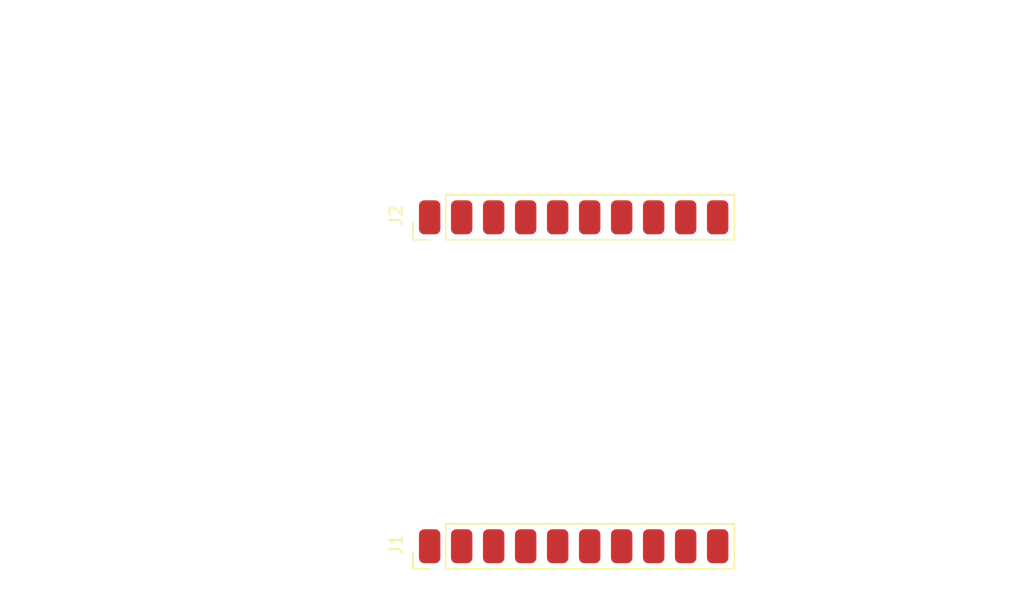
<source format=kicad_pcb>
(kicad_pcb (version 20171130) (host pcbnew "(5.1.10)-1")

  (general
    (thickness 1.6)
    (drawings 15)
    (tracks 0)
    (zones 0)
    (modules 2)
    (nets 20)
  )

  (page A4)
  (layers
    (0 F.Cu signal)
    (31 B.Cu signal)
    (32 B.Adhes user)
    (33 F.Adhes user)
    (34 B.Paste user)
    (35 F.Paste user)
    (36 B.SilkS user)
    (37 F.SilkS user)
    (38 B.Mask user)
    (39 F.Mask user)
    (40 Dwgs.User user)
    (41 Cmts.User user)
    (42 Eco1.User user)
    (43 Eco2.User user)
    (44 Edge.Cuts user)
    (45 Margin user)
    (46 B.CrtYd user)
    (47 F.CrtYd user)
    (48 B.Fab user)
    (49 F.Fab user)
  )

  (setup
    (last_trace_width 0.25)
    (trace_clearance 0.2)
    (zone_clearance 0.508)
    (zone_45_only no)
    (trace_min 0.2)
    (via_size 0.8)
    (via_drill 0.4)
    (via_min_size 0.4)
    (via_min_drill 0.3)
    (uvia_size 0.3)
    (uvia_drill 0.1)
    (uvias_allowed no)
    (uvia_min_size 0.2)
    (uvia_min_drill 0.1)
    (edge_width 0.05)
    (segment_width 0.2)
    (pcb_text_width 0.3)
    (pcb_text_size 1.5 1.5)
    (mod_edge_width 0.12)
    (mod_text_size 1 1)
    (mod_text_width 0.15)
    (pad_size 1.7 1.7)
    (pad_drill 0)
    (pad_to_mask_clearance 0)
    (aux_axis_origin 0 0)
    (visible_elements 7FFFFFFF)
    (pcbplotparams
      (layerselection 0x010fc_ffffffff)
      (usegerberextensions false)
      (usegerberattributes true)
      (usegerberadvancedattributes true)
      (creategerberjobfile true)
      (excludeedgelayer true)
      (linewidth 0.200000)
      (plotframeref false)
      (viasonmask false)
      (mode 1)
      (useauxorigin false)
      (hpglpennumber 1)
      (hpglpenspeed 20)
      (hpglpendiameter 15.000000)
      (psnegative false)
      (psa4output false)
      (plotreference true)
      (plotvalue true)
      (plotinvisibletext false)
      (padsonsilk false)
      (subtractmaskfromsilk false)
      (outputformat 1)
      (mirror false)
      (drillshape 1)
      (scaleselection 1)
      (outputdirectory ""))
  )

  (net 0 "")
  (net 1 /GND)
  (net 2 /LPUART1_RX)
  (net 3 /I2C1_SDA)
  (net 4 /PA1)
  (net 5 /PA8)
  (net 6 /PA9_PB7)
  (net 7 /PB6)
  (net 8 /WKUP)
  (net 9 /I2C1_SCL)
  (net 10 /LPUART1_TX)
  (net 11 /SPI1_MISO)
  (net 12 /SWO)
  (net 13 /NRST)
  (net 14 /SPI1_MOSI)
  (net 15 /SPI1_SCK)
  (net 16 /SPI1_NSS)
  (net 17 /3V3)
  (net 18 /SWDIO)
  (net 19 /SWCLK)

  (net_class Default "This is the default net class."
    (clearance 0.2)
    (trace_width 0.25)
    (via_dia 0.8)
    (via_drill 0.4)
    (uvia_dia 0.3)
    (uvia_drill 0.1)
    (add_net /3V3)
    (add_net /GND)
    (add_net /I2C1_SCL)
    (add_net /I2C1_SDA)
    (add_net /LPUART1_RX)
    (add_net /LPUART1_TX)
    (add_net /NRST)
    (add_net /PA1)
    (add_net /PA8)
    (add_net /PA9_PB7)
    (add_net /PB6)
    (add_net /SPI1_MISO)
    (add_net /SPI1_MOSI)
    (add_net /SPI1_NSS)
    (add_net /SPI1_SCK)
    (add_net /SWCLK)
    (add_net /SWDIO)
    (add_net /SWO)
    (add_net /WKUP)
  )

  (module CMS_Solder:Solder_Pad_1x10_P2.54mm (layer F.Cu) (tedit 618290F2) (tstamp 6182F7A8)
    (at 143.44 96.53 90)
    (path /6183304D)
    (fp_text reference J2 (at 0.127 -2.667 90) (layer F.SilkS)
      (effects (font (size 1 1) (thickness 0.15)))
    )
    (fp_text value Conn_01x10 (at 0.762 25.908 90) (layer F.Fab)
      (effects (font (size 1 1) (thickness 0.15)))
    )
    (fp_line (start -1.778 24.19) (end 1.778 24.19) (layer F.SilkS) (width 0.12))
    (fp_line (start -1.778 1.27) (end -1.778 24.19) (layer F.SilkS) (width 0.12))
    (fp_line (start -2.159 -1.778) (end -2.159 24.65) (layer F.CrtYd) (width 0.05))
    (fp_line (start 2.286 -1.8) (end -2.159 -1.8) (layer F.CrtYd) (width 0.05))
    (fp_line (start -1.778 24.13) (end -1.778 -0.635) (layer F.Fab) (width 0.1))
    (fp_line (start 1.778 1.27) (end 1.778 24.19) (layer F.SilkS) (width 0.12))
    (fp_line (start -1.778 1.27) (end 1.778 1.27) (layer F.SilkS) (width 0.12))
    (fp_line (start -1.778 0) (end -1.778 -1.33) (layer F.SilkS) (width 0.12))
    (fp_line (start -1.778 -1.33) (end -0.448 -1.33) (layer F.SilkS) (width 0.12))
    (fp_line (start -2.159 24.65) (end 2.286 24.65) (layer F.CrtYd) (width 0.05))
    (fp_line (start 2.286 24.65) (end 2.286 -1.8) (layer F.CrtYd) (width 0.05))
    (fp_line (start -1.143 -1.27) (end 1.778 -1.27) (layer F.Fab) (width 0.1))
    (fp_line (start 1.778 -1.27) (end 1.778 24.13) (layer F.Fab) (width 0.1))
    (fp_line (start 1.778 24.13) (end -1.778 24.13) (layer F.Fab) (width 0.1))
    (fp_line (start -1.778 -0.635) (end -1.143 -1.27) (layer F.Fab) (width 0.1))
    (fp_text user %R (at 0 11.43) (layer F.Fab)
      (effects (font (size 1 1) (thickness 0.15)))
    )
    (pad 2 smd roundrect (at 0 2.54 90) (size 2.7 1.7) (layers F.Cu F.Paste F.Mask) (roundrect_rratio 0.25)
      (net 11 /SPI1_MISO))
    (pad 6 smd roundrect (at 0 12.7 90) (size 2.7 1.7) (layers F.Cu F.Paste F.Mask) (roundrect_rratio 0.25)
      (net 12 /SWO))
    (pad 9 smd roundrect (at 0 20.32 90) (size 2.7 1.7) (layers F.Cu F.Paste F.Mask) (roundrect_rratio 0.25)
      (net 13 /NRST))
    (pad 1 smd roundrect (at 0 0 90) (size 2.7 1.7) (layers F.Cu F.Paste F.Mask) (roundrect_rratio 0.25)
      (net 14 /SPI1_MOSI))
    (pad 3 smd roundrect (at 0 5.08 90) (size 2.7 1.7) (layers F.Cu F.Paste F.Mask) (roundrect_rratio 0.25)
      (net 15 /SPI1_SCK))
    (pad 4 smd roundrect (at 0 7.62 90) (size 2.7 1.7) (layers F.Cu F.Paste F.Mask) (roundrect_rratio 0.25)
      (net 16 /SPI1_NSS))
    (pad 5 smd roundrect (at 0 10.16 90) (size 2.7 1.7) (layers F.Cu F.Paste F.Mask) (roundrect_rratio 0.25)
      (net 17 /3V3))
    (pad 8 smd roundrect (at 0 17.78 90) (size 2.7 1.7) (layers F.Cu F.Paste F.Mask) (roundrect_rratio 0.25)
      (net 18 /SWDIO))
    (pad 10 smd roundrect (at 0 22.86 90) (size 2.7 1.7) (layers F.Cu F.Paste F.Mask) (roundrect_rratio 0.25)
      (net 1 /GND))
    (pad 7 smd roundrect (at 0 15.24 90) (size 2.7 1.7) (layers F.Cu F.Paste F.Mask) (roundrect_rratio 0.25)
      (net 19 /SWCLK))
  )

  (module CMS_Solder:Solder_Pad_1x10_P2.54mm (layer F.Cu) (tedit 618290F2) (tstamp 61829D56)
    (at 143.44 122.64 90)
    (path /618289BC)
    (fp_text reference J1 (at 0.127 -2.667 90) (layer F.SilkS)
      (effects (font (size 1 1) (thickness 0.15)))
    )
    (fp_text value Conn_01x10 (at 0.762 25.908 90) (layer F.Fab)
      (effects (font (size 1 1) (thickness 0.15)))
    )
    (fp_line (start -1.778 24.19) (end 1.778 24.19) (layer F.SilkS) (width 0.12))
    (fp_line (start -1.778 1.27) (end -1.778 24.19) (layer F.SilkS) (width 0.12))
    (fp_line (start -2.159 -1.778) (end -2.159 24.65) (layer F.CrtYd) (width 0.05))
    (fp_line (start 2.286 -1.8) (end -2.159 -1.8) (layer F.CrtYd) (width 0.05))
    (fp_line (start -1.778 24.13) (end -1.778 -0.635) (layer F.Fab) (width 0.1))
    (fp_line (start 1.778 1.27) (end 1.778 24.19) (layer F.SilkS) (width 0.12))
    (fp_line (start -1.778 1.27) (end 1.778 1.27) (layer F.SilkS) (width 0.12))
    (fp_line (start -1.778 0) (end -1.778 -1.33) (layer F.SilkS) (width 0.12))
    (fp_line (start -1.778 -1.33) (end -0.448 -1.33) (layer F.SilkS) (width 0.12))
    (fp_line (start -2.159 24.65) (end 2.286 24.65) (layer F.CrtYd) (width 0.05))
    (fp_line (start 2.286 24.65) (end 2.286 -1.8) (layer F.CrtYd) (width 0.05))
    (fp_line (start -1.143 -1.27) (end 1.778 -1.27) (layer F.Fab) (width 0.1))
    (fp_line (start 1.778 -1.27) (end 1.778 24.13) (layer F.Fab) (width 0.1))
    (fp_line (start 1.778 24.13) (end -1.778 24.13) (layer F.Fab) (width 0.1))
    (fp_line (start -1.778 -0.635) (end -1.143 -1.27) (layer F.Fab) (width 0.1))
    (fp_text user %R (at 0 11.43) (layer F.Fab)
      (effects (font (size 1 1) (thickness 0.15)))
    )
    (pad 2 smd roundrect (at 0 2.54 90) (size 2.7 1.7) (layers F.Cu F.Paste F.Mask) (roundrect_rratio 0.25)
      (net 1 /GND))
    (pad 6 smd roundrect (at 0 12.7 90) (size 2.7 1.7) (layers F.Cu F.Paste F.Mask) (roundrect_rratio 0.25)
      (net 2 /LPUART1_RX))
    (pad 9 smd roundrect (at 0 20.32 90) (size 2.7 1.7) (layers F.Cu F.Paste F.Mask) (roundrect_rratio 0.25)
      (net 3 /I2C1_SDA))
    (pad 1 smd roundrect (at 0 0 90) (size 2.7 1.7) (layers F.Cu F.Paste F.Mask) (roundrect_rratio 0.25)
      (net 4 /PA1))
    (pad 3 smd roundrect (at 0 5.08 90) (size 2.7 1.7) (layers F.Cu F.Paste F.Mask) (roundrect_rratio 0.25)
      (net 5 /PA8))
    (pad 4 smd roundrect (at 0 7.62 90) (size 2.7 1.7) (layers F.Cu F.Paste F.Mask) (roundrect_rratio 0.25)
      (net 6 /PA9_PB7))
    (pad 5 smd roundrect (at 0 10.16 90) (size 2.7 1.7) (layers F.Cu F.Paste F.Mask) (roundrect_rratio 0.25)
      (net 7 /PB6))
    (pad 8 smd roundrect (at 0 17.78 90) (size 2.7 1.7) (layers F.Cu F.Paste F.Mask) (roundrect_rratio 0.25)
      (net 8 /WKUP))
    (pad 10 smd roundrect (at 0 22.86 90) (size 2.7 1.7) (layers F.Cu F.Paste F.Mask) (roundrect_rratio 0.25)
      (net 9 /I2C1_SCL))
    (pad 7 smd roundrect (at 0 15.24 90) (size 2.7 1.7) (layers F.Cu F.Paste F.Mask) (roundrect_rratio 0.25)
      (net 10 /LPUART1_TX))
  )

  (gr_line (start 168.81 122.64) (end 168.81 96.52) (layer Dwgs.User) (width 0.15))
  (dimension 17.37 (width 0.15) (layer Dwgs.User)
    (gr_text "17.370 mm" (at 113 109.585 90) (layer Dwgs.User) (tstamp 6182A68C)
      (effects (font (size 1 1) (thickness 0.15)) hide)
    )
    (feature1 (pts (xy 122.53 100.9) (xy 113.713579 100.9)))
    (feature2 (pts (xy 122.53 118.27) (xy 113.713579 118.27)))
    (crossbar (pts (xy 114.3 118.27) (xy 114.3 100.9)))
    (arrow1a (pts (xy 114.3 100.9) (xy 114.886421 102.026504)))
    (arrow1b (pts (xy 114.3 100.9) (xy 113.713579 102.026504)))
    (arrow2a (pts (xy 114.3 118.27) (xy 114.886421 117.143496)))
    (arrow2b (pts (xy 114.3 118.27) (xy 113.713579 117.143496)))
  )
  (gr_line (start 140.38 100.89136) (end 124.72 100.9) (layer Dwgs.User) (width 0.15) (tstamp 6182FC59))
  (gr_line (start 140.38 100.89136) (end 140.38 96.52) (layer Dwgs.User) (width 0.15) (tstamp 6182FC54))
  (gr_line (start 140.38 118.27) (end 124.72 118.27) (layer Dwgs.User) (width 0.15))
  (gr_line (start 124.72 100.9) (end 124.72 118.27) (layer Dwgs.User) (width 0.15))
  (dimension 50.54 (width 0.15) (layer Dwgs.User) (tstamp 6182A4C8)
    (gr_text "50.540 mm" (at 149.99 79.98) (layer Dwgs.User) (tstamp 6182A5BD)
      (effects (font (size 1 1) (thickness 0.15)) hide)
    )
    (feature1 (pts (xy 124.72 92.919999) (xy 124.72 80.693579)))
    (feature2 (pts (xy 175.26 92.919999) (xy 175.26 80.693579)))
    (crossbar (pts (xy 175.26 81.28) (xy 124.72 81.28)))
    (arrow1a (pts (xy 124.72 81.28) (xy 125.846504 80.693579)))
    (arrow1b (pts (xy 124.72 81.28) (xy 125.846504 81.866421)))
    (arrow2a (pts (xy 175.26 81.28) (xy 174.133496 80.693579)))
    (arrow2b (pts (xy 175.26 81.28) (xy 174.133496 81.866421)))
  )
  (gr_line (start 140.38 122.64136) (end 140.38 118.27) (layer Dwgs.User) (width 0.15))
  (dimension 4.37136 (width 0.15) (layer Dwgs.User) (tstamp 6182A4E3)
    (gr_text "4.371 mm" (at 130.78 120.45568 90) (layer Dwgs.User) (tstamp 6182A5B4)
      (effects (font (size 1 1) (thickness 0.15)) hide)
    )
    (feature1 (pts (xy 137.8 118.27) (xy 131.493579 118.27)))
    (feature2 (pts (xy 137.8 122.64136) (xy 131.493579 122.64136)))
    (crossbar (pts (xy 132.08 122.64136) (xy 132.08 118.27)))
    (arrow1a (pts (xy 132.08 118.27) (xy 132.666421 119.396504)))
    (arrow1b (pts (xy 132.08 118.27) (xy 131.493579 119.396504)))
    (arrow2a (pts (xy 132.08 122.64136) (xy 132.666421 121.514856)))
    (arrow2b (pts (xy 132.08 122.64136) (xy 131.493579 121.514856)))
  )
  (dimension 8.95 (width 0.15) (layer Dwgs.User)
    (gr_text "8.950 mm" (at 170.785 90.14) (layer Dwgs.User) (tstamp 6182A5D5)
      (effects (font (size 1 1) (thickness 0.15)))
    )
    (feature1 (pts (xy 166.31 93.46) (xy 166.31 90.853579)))
    (feature2 (pts (xy 175.26 93.46) (xy 175.26 90.853579)))
    (crossbar (pts (xy 175.26 91.44) (xy 166.31 91.44)))
    (arrow1a (pts (xy 166.31 91.44) (xy 167.436504 90.853579)))
    (arrow1b (pts (xy 166.31 91.44) (xy 167.436504 92.026421)))
    (arrow2a (pts (xy 175.26 91.44) (xy 174.133496 90.853579)))
    (arrow2b (pts (xy 175.26 91.44) (xy 174.133496 92.026421)))
  )
  (gr_line (start 140.38 122.64136) (end 175.26 122.64136) (layer Dwgs.User) (width 0.15) (tstamp 6182F9CB))
  (dimension 34.88 (width 0.15) (layer Dwgs.User) (tstamp 6182FA8E)
    (gr_text "34.880 mm" (at 157.82 87.6) (layer Dwgs.User) (tstamp 6182A5CC)
      (effects (font (size 1 1) (thickness 0.15)) hide)
    )
    (feature1 (pts (xy 140.38 92.93352) (xy 140.38 88.313579)))
    (feature2 (pts (xy 175.26 92.93352) (xy 175.26 88.313579)))
    (crossbar (pts (xy 175.26 88.9) (xy 140.38 88.9)))
    (arrow1a (pts (xy 140.38 88.9) (xy 141.506504 88.313579)))
    (arrow1b (pts (xy 140.38 88.9) (xy 141.506504 89.486421)))
    (arrow2a (pts (xy 175.26 88.9) (xy 174.133496 88.313579)))
    (arrow2b (pts (xy 175.26 88.9) (xy 174.133496 89.486421)))
  )
  (dimension 26.12136 (width 0.15) (layer Dwgs.User)
    (gr_text "26.121 mm" (at 189.26 109.58068 -90) (layer Dwgs.User) (tstamp 6182A4AB)
      (effects (font (size 1 1) (thickness 0.15)) hide)
    )
    (feature1 (pts (xy 177.8 122.64136) (xy 188.546421 122.64136)))
    (feature2 (pts (xy 177.8 96.52) (xy 188.546421 96.52)))
    (crossbar (pts (xy 187.96 96.52) (xy 187.96 122.64136)))
    (arrow1a (pts (xy 187.96 122.64136) (xy 187.373579 121.514856)))
    (arrow1b (pts (xy 187.96 122.64136) (xy 188.546421 121.514856)))
    (arrow2a (pts (xy 187.96 96.52) (xy 187.373579 97.646504)))
    (arrow2b (pts (xy 187.96 96.52) (xy 188.546421 97.646504)))
  )
  (gr_line (start 175.26 96.52) (end 175.26 122.64136) (layer Dwgs.User) (width 0.15))
  (gr_line (start 140.38 96.52) (end 175.26 96.52) (layer Dwgs.User) (width 0.15))

)

</source>
